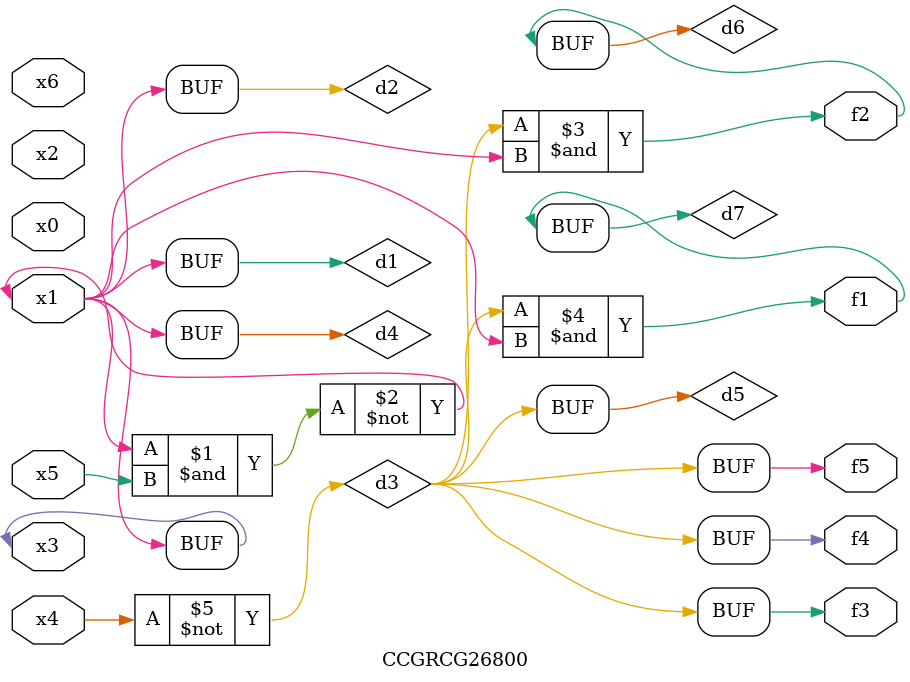
<source format=v>
module CCGRCG26800(
	input x0, x1, x2, x3, x4, x5, x6,
	output f1, f2, f3, f4, f5
);

	wire d1, d2, d3, d4, d5, d6, d7;

	buf (d1, x1, x3);
	nand (d2, x1, x5);
	not (d3, x4);
	buf (d4, d1, d2);
	buf (d5, d3);
	and (d6, d3, d4);
	and (d7, d3, d4);
	assign f1 = d7;
	assign f2 = d6;
	assign f3 = d5;
	assign f4 = d5;
	assign f5 = d5;
endmodule

</source>
